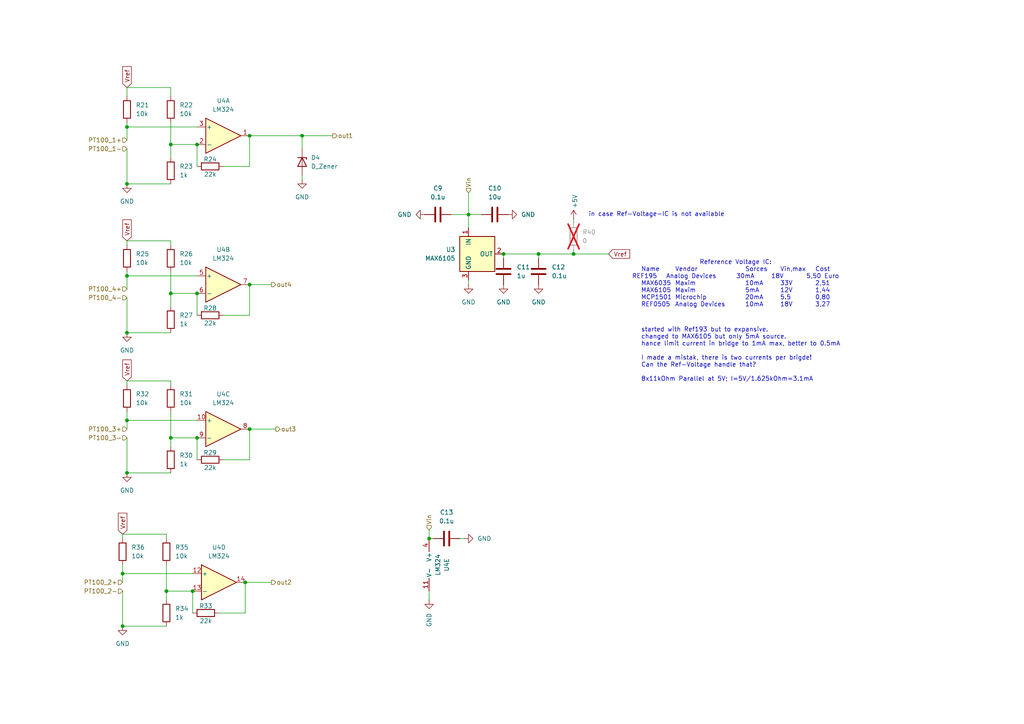
<source format=kicad_sch>
(kicad_sch (version 20231120) (generator "eeschema") (generator_version "8.0")
  (paper "A4")
  (title_block (title "4-Fach Messbruecke PT1000") (date "2024-09-02") (rev "v.0.2") (company "LMWB") (comment 1 "Lukas Bartels 2024"))
  (lib_symbols
    (symbol "Device:D_Zener" (pin_numbers hide) (pin_names (offset 1.016) hide)
      (property "Reference" "D" (at 0 2.54 0))
      (property "Value" "D_Zener" (at 0 -2.54 0))
      (symbol "D_Zener_0_1"
        (polyline (pts (xy 1.27 0) (xy -1.27 0)))
        (polyline (pts (xy -1.27 -1.27) (xy -1.27 1.27) (xy -0.762 1.27)) (stroke (width 0.254)))
        (polyline (pts (xy 1.27 -1.27) (xy 1.27 1.27) (xy -1.27 0) (xy 1.27 -1.27)) (stroke (width 0.254)))
      )
      (symbol "D_Zener_1_1"
        (pin passive line (at -3.81 0 0) (length 2.54) (name "K") (number "1"))
        (pin passive line (at 3.81 0 180) (length 2.54) (name "A") (number "2"))
      )
    )
    (symbol "Device:R" (pin_numbers hide) (pin_names (offset 0))
      (property "Reference" "R" (at 2.032 0 90))
      (property "Value" "R" (at 0 0 90))
      (symbol "R_0_1"
        (rectangle (start -1.016 -2.54) (end 1.016 2.54) (stroke (width 0.254)))
      )
      (symbol "R_1_1"
        (pin passive line (at 0 3.81 270) (length 1.27) (name "~") (number "1"))
        (pin passive line (at 0 -3.81 90) (length 1.27) (name "~") (number "2"))
      )
    )
    (symbol "Library:C" (pin_numbers hide) (pin_names (offset 0.254))
      (property "Reference" "C" (at 0.635 2.54 0))
      (property "Value" "C" (at 0.635 -2.54 0))
      (symbol "C_0_1"
        (polyline (pts (xy -2.032 -0.762) (xy 2.032 -0.762)) (stroke (width 0.508)))
        (polyline (pts (xy -2.032 0.762) (xy 2.032 0.762)) (stroke (width 0.508)))
      )
      (symbol "C_1_1"
        (pin passive line (at 0 3.81 270) (length 2.794) (name "~") (number "1"))
        (pin passive line (at 0 -3.81 90) (length 2.794) (name "~") (number "2"))
      )
    )
    (symbol "Library:GND" (power) (pin_numbers hide) (pin_names (offset 0) hide)
      (property "Value" "GND" (at 0 -3.81 0))
      (symbol "GND_0_1"
        (polyline (pts (xy 0 0) (xy 0 -1.27) (xy 1.27 -1.27) (xy 0 -2.54) (xy -1.27 -1.27) (xy 0 -1.27)))
      )
      (symbol "GND_1_1"
        (pin power_in line (at 0 0 270) (length 0) (name "~") (number "1"))
      )
    )
    (symbol "Library:LM324" (pin_names (offset 0.127))
      (property "Reference" "U" (at 0 5.08 0))
      (property "Value" "LM324" (at 0 -5.08 0))
      (symbol "LM324_1_1"
        (polyline (pts (xy -5.08 5.08) (xy 5.08 0) (xy -5.08 -5.08) (xy -5.08 5.08)) (stroke (width 0.254)) (fill (type background)))
        (pin output line (at 7.62 0 180) (length 2.54) (name "~") (number "1"))
        (pin input line (at -7.62 -2.54 0) (length 2.54) (name "-") (number "2"))
        (pin input line (at -7.62 2.54 0) (length 2.54) (name "+") (number "3"))
      )
      (symbol "LM324_2_1"
        (polyline (pts (xy -5.08 5.08) (xy 5.08 0) (xy -5.08 -5.08) (xy -5.08 5.08)) (stroke (width 0.254)) (fill (type background)))
        (pin input line (at -7.62 2.54 0) (length 2.54) (name "+") (number "5"))
        (pin input line (at -7.62 -2.54 0) (length 2.54) (name "-") (number "6"))
        (pin output line (at 7.62 0 180) (length 2.54) (name "~") (number "7"))
      )
      (symbol "LM324_3_1"
        (polyline (pts (xy -5.08 5.08) (xy 5.08 0) (xy -5.08 -5.08) (xy -5.08 5.08)) (stroke (width 0.254)) (fill (type background)))
        (pin input line (at -7.62 2.54 0) (length 2.54) (name "+") (number "10"))
        (pin output line (at 7.62 0 180) (length 2.54) (name "~") (number "8"))
        (pin input line (at -7.62 -2.54 0) (length 2.54) (name "-") (number "9"))
      )
      (symbol "LM324_4_1"
        (polyline (pts (xy -5.08 5.08) (xy 5.08 0) (xy -5.08 -5.08) (xy -5.08 5.08)) (stroke (width 0.254)) (fill (type background)))
        (pin input line (at -7.62 2.54 0) (length 2.54) (name "+") (number "12"))
        (pin input line (at -7.62 -2.54 0) (length 2.54) (name "-") (number "13"))
        (pin output line (at 7.62 0 180) (length 2.54) (name "~") (number "14"))
      )
      (symbol "LM324_5_1"
        (pin power_in line (at -2.54 -7.62 90) (length 3.81) (name "V-") (number "11"))
        (pin power_in line (at -2.54 7.62 270) (length 3.81) (name "V+") (number "4"))
      )
    )
    (symbol "Library:R" (pin_numbers hide) (pin_names (offset 0))
      (property "Reference" "R" (at 2.032 0 90))
      (property "Value" "R" (at 0 0 90))
      (symbol "R_0_1"
        (rectangle (start -1.016 -2.54) (end 1.016 2.54) (stroke (width 0.254)))
      )
      (symbol "R_1_1"
        (pin passive line (at 0 3.81 270) (length 1.27) (name "~") (number "1"))
        (pin passive line (at 0 -3.81 90) (length 1.27) (name "~") (number "2"))
      )
    )
    (symbol "Reference_Voltage:MAX6105"
      (property "Reference" "U" (at 0 6.35 0))
      (property "Value" "MAX6105" (at 2.54 -6.35 0))
      (symbol "MAX6105_0_1"
        (rectangle (start -5.08 5.08) (end 5.08 -5.08) (stroke (width 0.254)) (fill (type background)))
      )
      (symbol "MAX6105_1_1"
        (pin power_in line (at -2.54 7.62 270) (length 2.54) (name "IN") (number "1"))
        (pin power_out line (at 7.62 0 180) (length 2.54) (name "OUT") (number "2"))
        (pin power_in line (at -2.54 -7.62 90) (length 2.54) (name "GND") (number "3"))
      )
    )
    (symbol "power:+5V" (power) (pin_numbers hide) (pin_names (offset 0) hide)
      (property "Value" "+5V" (at 0 3.556 0))
      (symbol "+5V_0_1"
        (polyline (pts (xy -0.762 1.27) (xy 0 2.54)))
        (polyline (pts (xy 0 0) (xy 0 2.54)))
        (polyline (pts (xy 0 2.54) (xy 0.762 1.27)))
      )
      (symbol "+5V_1_1"
        (pin power_in line (at 0 0 90) (length 0) (name "~") (number "1"))
      )
    )
  )
  (junction (at 49.53 127))
  (junction (at 57.15 85.09))
  (junction (at 36.83 36.83))
  (junction (at 57.15 127))
  (junction (at 57.15 41.91))
  (junction (at 72.39 39.37))
  (junction (at 49.53 85.09))
  (junction (at 146.05 73.66))
  (junction (at 156.21 73.66))
  (junction (at 87.63 39.37))
  (junction (at 36.83 80.01))
  (junction (at 36.83 96.52))
  (junction (at 36.83 121.92))
  (junction (at 35.56 166.37))
  (junction (at 166.37 73.66))
  (junction (at 55.88 171.45))
  (junction (at 72.39 124.46))
  (junction (at 71.12 168.91))
  (junction (at 135.89 62.23))
  (junction (at 48.26 171.45))
  (junction (at 49.53 41.91))
  (junction (at 36.83 137.16))
  (junction (at 36.83 53.34))
  (junction (at 124.46 156.21))
  (junction (at 35.56 181.61))
  (junction (at 72.39 82.55))
  (wire (pts (xy 35.56 166.37) (xy 55.88 166.37)))
  (wire (pts (xy 36.83 35.56) (xy 36.83 36.83)))
  (wire (pts (xy 36.83 25.4) (xy 49.53 25.4)))
  (wire (pts (xy 49.53 78.74) (xy 49.53 85.09)))
  (wire (pts (xy 57.15 41.91) (xy 57.15 48.26)))
  (wire (pts (xy 64.77 48.26) (xy 72.39 48.26)))
  (wire (pts (xy 134.62 156.21) (xy 133.35 156.21)))
  (wire (pts (xy 63.5 177.8) (xy 71.12 177.8)))
  (wire (pts (xy 35.56 163.83) (xy 35.56 166.37)))
  (wire (pts (xy 35.56 154.94) (xy 48.26 154.94)))
  (wire (pts (xy 49.53 41.91) (xy 57.15 41.91)))
  (wire (pts (xy 36.83 119.38) (xy 36.83 121.92)))
  (wire (pts (xy 49.53 25.4) (xy 49.53 27.94)))
  (wire (pts (xy 36.83 96.52) (xy 49.53 96.52)))
  (wire (pts (xy 146.05 73.66) (xy 156.21 73.66)))
  (wire (pts (xy 36.83 71.12) (xy 36.83 69.85)))
  (wire (pts (xy 36.83 78.74) (xy 36.83 80.01)))
  (wire (pts (xy 49.53 110.49) (xy 49.53 111.76)))
  (wire (pts (xy 36.83 36.83) (xy 36.83 40.64)))
  (wire (pts (xy 49.53 85.09) (xy 49.53 88.9)))
  (wire (pts (xy 36.83 80.01) (xy 36.83 83.82)))
  (wire (pts (xy 135.89 82.55) (xy 135.89 81.28)))
  (wire (pts (xy 36.83 36.83) (xy 57.15 36.83)))
  (wire (pts (xy 36.83 43.18) (xy 36.83 53.34)))
  (wire (pts (xy 36.83 69.85) (xy 49.53 69.85)))
  (wire (pts (xy 64.77 133.35) (xy 72.39 133.35)))
  (wire (pts (xy 48.26 171.45) (xy 48.26 173.99)))
  (wire (pts (xy 72.39 133.35) (xy 72.39 124.46)))
  (wire (pts (xy 124.46 173.99) (xy 124.46 171.45)))
  (wire (pts (xy 36.83 80.01) (xy 57.15 80.01)))
  (wire (pts (xy 176.53 73.66) (xy 166.37 73.66)))
  (wire (pts (xy 57.15 85.09) (xy 57.15 91.44)))
  (wire (pts (xy 49.53 127) (xy 49.53 129.54)))
  (wire (pts (xy 135.89 55.88) (xy 135.89 62.23)))
  (wire (pts (xy 35.56 156.21) (xy 35.56 154.94)))
  (wire (pts (xy 49.53 119.38) (xy 49.53 127)))
  (wire (pts (xy 48.26 163.83) (xy 48.26 171.45)))
  (wire (pts (xy 87.63 39.37) (xy 96.52 39.37)))
  (wire (pts (xy 146.05 73.66) (xy 146.05 74.93)))
  (wire (pts (xy 87.63 50.8) (xy 87.63 52.07)))
  (wire (pts (xy 72.39 48.26) (xy 72.39 39.37)))
  (wire (pts (xy 135.89 62.23) (xy 139.7 62.23)))
  (wire (pts (xy 36.83 121.92) (xy 36.83 124.46)))
  (wire (pts (xy 72.39 124.46) (xy 80.01 124.46)))
  (wire (pts (xy 72.39 39.37) (xy 87.63 39.37)))
  (wire (pts (xy 36.83 110.49) (xy 49.53 110.49)))
  (wire (pts (xy 124.46 153.67) (xy 124.46 156.21)))
  (wire (pts (xy 64.77 91.44) (xy 72.39 91.44)))
  (wire (pts (xy 49.53 127) (xy 57.15 127)))
  (wire (pts (xy 36.83 27.94) (xy 36.83 25.4)))
  (wire (pts (xy 166.37 72.39) (xy 166.37 73.66)))
  (wire (pts (xy 48.26 171.45) (xy 55.88 171.45)))
  (wire (pts (xy 48.26 154.94) (xy 48.26 156.21)))
  (wire (pts (xy 57.15 127) (xy 57.15 133.35)))
  (wire (pts (xy 36.83 127) (xy 36.83 137.16)))
  (wire (pts (xy 87.63 39.37) (xy 87.63 43.18)))
  (wire (pts (xy 49.53 69.85) (xy 49.53 71.12)))
  (wire (pts (xy 36.83 86.36) (xy 36.83 96.52)))
  (wire (pts (xy 135.89 62.23) (xy 135.89 66.04)))
  (wire (pts (xy 35.56 171.45) (xy 35.56 181.61)))
  (wire (pts (xy 35.56 181.61) (xy 48.26 181.61)))
  (wire (pts (xy 35.56 166.37) (xy 35.56 168.91)))
  (wire (pts (xy 72.39 82.55) (xy 78.74 82.55)))
  (wire (pts (xy 36.83 121.92) (xy 57.15 121.92)))
  (wire (pts (xy 71.12 177.8) (xy 71.12 168.91)))
  (wire (pts (xy 156.21 73.66) (xy 156.21 74.93)))
  (wire (pts (xy 166.37 73.66) (xy 156.21 73.66)))
  (wire (pts (xy 125.73 156.21) (xy 124.46 156.21)))
  (wire (pts (xy 166.37 63.5) (xy 166.37 64.77)))
  (wire (pts (xy 49.53 35.56) (xy 49.53 41.91)))
  (wire (pts (xy 36.83 53.34) (xy 49.53 53.34)))
  (wire (pts (xy 71.12 168.91) (xy 78.74 168.91)))
  (wire (pts (xy 130.81 62.23) (xy 135.89 62.23)))
  (wire (pts (xy 36.83 137.16) (xy 49.53 137.16)))
  (wire (pts (xy 36.83 111.76) (xy 36.83 110.49)))
  (wire (pts (xy 49.53 41.91) (xy 49.53 45.72)))
  (wire (pts (xy 49.53 85.09) (xy 57.15 85.09)))
  (wire (pts (xy 72.39 91.44) (xy 72.39 82.55)))
  (wire (pts (xy 55.88 171.45) (xy 55.88 177.8)))
  (text "in case Ref-Voltage-IC is not available" (at 170.688 62.23 0) (effects (font (size 1.27 1.27)) (justify left)))
  (text "started with Ref193 but to expansive.\nchanged to MAX6105 but only 5mA source.\nhance limit current in bridge to 1mA max, better to 0.5mA\n\nI made a mistak, there is two currents per brigde!\nCan the Ref-Voltage handle that?\n\n8x11kOhm Parallel at 5V; I=5V/1.625kOhm=3.1mA" (at 185.928 102.87 0) (effects (font (size 1.27 1.27)) (justify left)))
  (text "Reference Voltage IC:\nName	Vendor			Sorces	Vin,max	Cost\nREF195	Analog Devices	30mA	18V		5,50 Euro\nMAX6035	Maxim			10mA	33V		2,51\nMAX6105	Maxim			5mA		12V		1,44\nMCP1501	Microchip		20mA	5.5		0,80\nREF0505	Analog Devices	10mA	18V		3,27" (at 213.36 82.296 0) (effects (font (size 1.27 1.27))))
  (global_label "Vref" (shape input) (at 36.83 25.4 90) (property "Intersheetrefs" "${INTERSHEET_REFS}" (effects (hide yes))))
  (global_label "Vref" (shape input) (at 176.53 73.66 0) (property "Intersheetrefs" "${INTERSHEET_REFS}" (effects (hide yes))))
  (global_label "Vref" (shape input) (at 36.83 110.49 90) (property "Intersheetrefs" "${INTERSHEET_REFS}" (effects (hide yes))))
  (global_label "Vref" (shape input) (at 36.83 69.85 90) (property "Intersheetrefs" "${INTERSHEET_REFS}" (effects (hide yes))))
  (global_label "Vref" (shape input) (at 35.56 154.94 90) (property "Intersheetrefs" "${INTERSHEET_REFS}" (effects (hide yes))))
  (hierarchical_label "out1" (shape output) (at 96.52 39.37 0))
  (hierarchical_label "Vin" (shape input) (at 124.46 153.67 90))
  (hierarchical_label "PT100_4-" (shape input) (at 36.83 86.36 180))
  (hierarchical_label "PT100_1-" (shape input) (at 36.83 43.18 180))
  (hierarchical_label "out2" (shape output) (at 78.74 168.91 0))
  (hierarchical_label "PT100_2+" (shape input) (at 35.56 168.91 180))
  (hierarchical_label "out3" (shape output) (at 80.01 124.46 0))
  (hierarchical_label "PT100_1+" (shape input) (at 36.83 40.64 180))
  (hierarchical_label "PT100_4+" (shape input) (at 36.83 83.82 180))
  (hierarchical_label "PT100_3-" (shape input) (at 36.83 127 180))
  (hierarchical_label "PT100_2-" (shape input) (at 35.56 171.45 180))
  (hierarchical_label "out4" (shape output) (at 78.74 82.55 0))
  (hierarchical_label "PT100_3+" (shape input) (at 36.83 124.46 180))
  (hierarchical_label "Vin" (shape input) (at 135.89 55.88 90))
  (symbol (lib_id "Library:GND") (at 87.63 52.07 0) (unit 1)
    (property "Reference" "#PWR07" (effects (hide yes)))
    (property "Value" "GND" (at 87.63 57.15 0))
    (property "Description" "Power symbol creates a global label with name \"GND\" , ground" (effects (hide yes)))
  )
  (symbol (lib_id "Library:R") (at 48.26 160.02 0) (unit 1)
    (property "Reference" "R35" (at 50.8 158.7499 0) (effects (justify left)))
    (property "Value" "10k" (at 50.8 161.2899 0) (effects (justify left)))
    (property "Footprint" "Resistor_SMD:R_1206_3216Metric" (effects (hide yes)))
    (property "Description" "Resistor" (effects (hide yes)))
  )
  (symbol (lib_id "power:+5V") (at 166.37 63.5 0) (unit 1)
    (property "Reference" "#PWR06" (effects (hide yes)))
    (property "Value" "+5V" (at 166.7256 60.452 90) (effects (justify left)))
    (property "Description" "Power symbol creates a global label with name \"+5V\"" (effects (hide yes)))
  )
  (symbol (lib_id "Library:LM324") (at 64.77 39.37 0) (unit 1)
    (property "Reference" "U4" (at 64.77 29.21 0))
    (property "Value" "LM324" (at 64.77 31.75 0))
    (property "Footprint" "Package_SO:SOIC-14_3.9x8.7mm_P1.27mm" (effects (hide yes)))
    (property "Datasheet" "http://www.ti.com/lit/ds/symlink/lm2902-n.pdf" (effects (hide yes)))
    (property "Description" "Low-Power, Quad-Operational Amplifiers, DIP-14/SOIC-14/SSOP-14" (effects (hide yes)))
  )
  (symbol (lib_id "Library:R") (at 49.53 133.35 0) (unit 1)
    (property "Reference" "R30" (at 52.07 132.0799 0) (effects (justify left)))
    (property "Value" "1k" (at 52.07 134.6199 0) (effects (justify left)))
    (property "Footprint" "Resistor_SMD:R_1206_3216Metric" (effects (hide yes)))
    (property "Description" "Resistor" (effects (hide yes)))
  )
  (symbol (lib_id "Device:D_Zener") (at 87.63 46.99 270) (unit 1)
    (property "Reference" "D4" (at 90.17 45.7199 90) (effects (justify left)))
    (property "Value" "D_Zener" (at 90.17 48.2599 90) (effects (justify left)))
    (property "Footprint" "Diode_SMD:D_1206_3216Metric" (effects (hide yes)))
    (property "Description" "Zener diode" (effects (hide yes)))
  )
  (symbol (lib_id "Library:C") (at 156.21 78.74 0) (unit 1)
    (property "Reference" "C12" (at 160.02 77.4699 0) (effects (justify left)))
    (property "Value" "0.1u" (at 160.02 80.0099 0) (effects (justify left)))
    (property "Footprint" "Capacitor_SMD:C_1206_3216Metric" (effects (hide yes)))
    (property "Description" "Unpolarized capacitor" (effects (hide yes)))
  )
  (symbol (lib_id "Library:R") (at 49.53 49.53 0) (unit 1)
    (property "Reference" "R23" (at 52.07 48.2599 0) (effects (justify left)))
    (property "Value" "1k" (at 52.07 50.7999 0) (effects (justify left)))
    (property "Footprint" "Resistor_SMD:R_1206_3216Metric" (effects (hide yes)))
    (property "Description" "Resistor" (effects (hide yes)))
  )
  (symbol (lib_id "Library:R") (at 59.69 177.8 270) (unit 1)
    (property "Reference" "R33" (at 59.69 175.768 90))
    (property "Value" "22k" (at 59.69 180.086 90))
    (property "Footprint" "Resistor_SMD:R_1206_3216Metric" (effects (hide yes)))
    (property "Description" "Resistor" (effects (hide yes)))
  )
  (symbol (lib_id "Library:GND") (at 135.89 82.55 0) (unit 1)
    (property "Reference" "#PWR029" (effects (hide yes)))
    (property "Value" "GND" (at 135.89 87.63 0))
    (property "Description" "Power symbol creates a global label with name \"GND\" , ground" (effects (hide yes)))
  )
  (symbol (lib_id "Library:R") (at 60.96 133.35 270) (unit 1)
    (property "Reference" "R29" (at 60.96 131.318 90))
    (property "Value" "22k" (at 60.96 135.636 90))
    (property "Footprint" "Resistor_SMD:R_1206_3216Metric" (effects (hide yes)))
    (property "Description" "Resistor" (effects (hide yes)))
  )
  (symbol (lib_id "Library:C") (at 146.05 78.74 0) (unit 1)
    (property "Reference" "C11" (at 149.86 77.4699 0) (effects (justify left)))
    (property "Value" "1u" (at 149.86 80.0099 0) (effects (justify left)))
    (property "Footprint" "Capacitor_SMD:C_1206_3216Metric" (effects (hide yes)))
    (property "Description" "Unpolarized capacitor" (effects (hide yes)))
  )
  (symbol (lib_id "Reference_Voltage:MAX6105") (at 138.43 73.66 0) (unit 1)
    (property "Reference" "U3" (at 132.08 72.3899 0) (effects (justify right)))
    (property "Value" "MAX6105" (at 132.08 74.9299 0) (effects (justify right)))
    (property "Footprint" "Package_TO_SOT_SMD:SOT-23" (effects (hide yes)))
    (property "Datasheet" "http://datasheets.maximintegrated.com/en/ds/MAX6100-MAX6107.pdf" (effects (hide yes)))
    (property "Description" "Low-dropout high current voltage reference, 5.000V, ±0.4% accuracy, SOT-23" (effects (hide yes)))
  )
  (symbol (lib_id "Library:R") (at 35.56 160.02 0) (unit 1)
    (property "Reference" "R36" (at 38.1 158.7499 0) (effects (justify left)))
    (property "Value" "10k" (at 38.1 161.2899 0) (effects (justify left)))
    (property "Footprint" "Resistor_SMD:R_1206_3216Metric" (effects (hide yes)))
    (property "Description" "Resistor" (effects (hide yes)))
  )
  (symbol (lib_id "Library:R") (at 48.26 177.8 0) (unit 1)
    (property "Reference" "R34" (at 50.8 176.5299 0) (effects (justify left)))
    (property "Value" "1k" (at 50.8 179.0699 0) (effects (justify left)))
    (property "Footprint" "Resistor_SMD:R_1206_3216Metric" (effects (hide yes)))
    (property "Description" "Resistor" (effects (hide yes)))
  )
  (symbol (lib_id "Library:LM324") (at 63.5 168.91 0) (unit 4)
    (property "Reference" "U4" (at 63.5 158.75 0))
    (property "Value" "LM324" (at 63.5 161.29 0))
    (property "Footprint" "Package_SO:SOIC-14_3.9x8.7mm_P1.27mm" (effects (hide yes)))
    (property "Datasheet" "http://www.ti.com/lit/ds/symlink/lm2902-n.pdf" (effects (hide yes)))
    (property "Description" "Low-Power, Quad-Operational Amplifiers, DIP-14/SOIC-14/SSOP-14" (effects (hide yes)))
  )
  (symbol (lib_id "Library:LM324") (at 64.77 124.46 0) (unit 3)
    (property "Reference" "U4" (at 64.77 114.3 0))
    (property "Value" "LM324" (at 64.77 116.84 0))
    (property "Footprint" "Package_SO:SOIC-14_3.9x8.7mm_P1.27mm" (effects (hide yes)))
    (property "Datasheet" "http://www.ti.com/lit/ds/symlink/lm2902-n.pdf" (effects (hide yes)))
    (property "Description" "Low-Power, Quad-Operational Amplifiers, DIP-14/SOIC-14/SSOP-14" (effects (hide yes)))
  )
  (symbol (lib_id "Library:GND") (at 123.19 62.23 270) (unit 1)
    (property "Reference" "#PWR025" (effects (hide yes)))
    (property "Value" "GND" (at 119.38 62.2299 90) (effects (justify right)))
    (property "Description" "Power symbol creates a global label with name \"GND\" , ground" (effects (hide yes)))
  )
  (symbol (lib_id "Device:R") (at 166.37 68.58 0) (unit 1) (dnp yes)
    (property "Reference" "R40" (at 168.91 67.3099 0) (effects (justify left)))
    (property "Value" "0" (at 168.91 69.8499 0) (effects (justify left)))
    (property "Footprint" "Resistor_SMD:R_1206_3216Metric" (effects (hide yes)))
    (property "Description" "Resistor" (effects (hide yes)))
  )
  (symbol (lib_id "Library:R") (at 49.53 31.75 0) (unit 1)
    (property "Reference" "R22" (at 52.07 30.4799 0) (effects (justify left)))
    (property "Value" "10k" (at 52.07 33.0199 0) (effects (justify left)))
    (property "Footprint" "Resistor_SMD:R_1206_3216Metric" (effects (hide yes)))
    (property "Description" "Resistor" (effects (hide yes)))
  )
  (symbol (lib_id "Library:GND") (at 124.46 173.99 0) (unit 1)
    (property "Reference" "#PWR037" (effects (hide yes)))
    (property "Value" "GND" (at 124.4601 177.8 90) (effects (justify right)))
    (property "Description" "Power symbol creates a global label with name \"GND\" , ground" (effects (hide yes)))
  )
  (symbol (lib_id "Library:GND") (at 36.83 137.16 0) (unit 1)
    (property "Reference" "#PWR034" (effects (hide yes)))
    (property "Value" "GND" (at 36.83 142.24 0))
    (property "Description" "Power symbol creates a global label with name \"GND\" , ground" (effects (hide yes)))
  )
  (symbol (lib_id "Library:R") (at 36.83 31.75 0) (unit 1)
    (property "Reference" "R21" (at 39.37 30.4799 0) (effects (justify left)))
    (property "Value" "10k" (at 39.37 33.0199 0) (effects (justify left)))
    (property "Footprint" "Resistor_SMD:R_1206_3216Metric" (effects (hide yes)))
    (property "Description" "Resistor" (effects (hide yes)))
  )
  (symbol (lib_id "Library:LM324") (at 64.77 82.55 0) (unit 2)
    (property "Reference" "U4" (at 64.77 72.39 0))
    (property "Value" "LM324" (at 64.77 74.93 0))
    (property "Footprint" "Package_SO:SOIC-14_3.9x8.7mm_P1.27mm" (effects (hide yes)))
    (property "Datasheet" "http://www.ti.com/lit/ds/symlink/lm2902-n.pdf" (effects (hide yes)))
    (property "Description" "Low-Power, Quad-Operational Amplifiers, DIP-14/SOIC-14/SSOP-14" (effects (hide yes)))
  )
  (symbol (lib_id "Library:C") (at 129.54 156.21 90) (unit 1)
    (property "Reference" "C13" (at 129.54 148.59 90))
    (property "Value" "0.1u" (at 129.54 151.13 90))
    (property "Footprint" "Capacitor_SMD:C_1206_3216Metric" (effects (hide yes)))
    (property "Description" "Unpolarized capacitor" (effects (hide yes)))
  )
  (symbol (lib_id "Library:GND") (at 146.05 82.55 0) (unit 1)
    (property "Reference" "#PWR030" (effects (hide yes)))
    (property "Value" "GND" (at 146.05 87.63 0))
    (property "Description" "Power symbol creates a global label with name \"GND\" , ground" (effects (hide yes)))
  )
  (symbol (lib_id "Library:R") (at 49.53 92.71 0) (unit 1)
    (property "Reference" "R27" (at 52.07 91.4399 0) (effects (justify left)))
    (property "Value" "1k" (at 52.07 93.9799 0) (effects (justify left)))
    (property "Footprint" "Resistor_SMD:R_1206_3216Metric" (effects (hide yes)))
    (property "Description" "Resistor" (effects (hide yes)))
  )
  (symbol (lib_id "Library:R") (at 49.53 115.57 0) (unit 1)
    (property "Reference" "R31" (at 52.07 114.2999 0) (effects (justify left)))
    (property "Value" "10k" (at 52.07 116.8399 0) (effects (justify left)))
    (property "Footprint" "Resistor_SMD:R_1206_3216Metric" (effects (hide yes)))
    (property "Description" "Resistor" (effects (hide yes)))
  )
  (symbol (lib_id "Library:GND") (at 156.21 82.55 0) (unit 1)
    (property "Reference" "#PWR031" (effects (hide yes)))
    (property "Value" "GND" (at 156.21 87.63 0))
    (property "Description" "Power symbol creates a global label with name \"GND\" , ground" (effects (hide yes)))
  )
  (symbol (lib_id "Library:R") (at 60.96 91.44 270) (unit 1)
    (property "Reference" "R28" (at 60.96 89.408 90))
    (property "Value" "22k" (at 60.96 93.726 90))
    (property "Footprint" "Resistor_SMD:R_1206_3216Metric" (effects (hide yes)))
    (property "Description" "Resistor" (effects (hide yes)))
  )
  (symbol (lib_id "Library:GND") (at 134.62 156.21 90) (unit 1)
    (property "Reference" "#PWR036" (effects (hide yes)))
    (property "Value" "GND" (at 138.43 156.2099 90) (effects (justify right)))
    (property "Description" "Power symbol creates a global label with name \"GND\" , ground" (effects (hide yes)))
  )
  (symbol (lib_id "Library:GND") (at 36.83 96.52 0) (unit 1)
    (property "Reference" "#PWR032" (effects (hide yes)))
    (property "Value" "GND" (at 36.83 101.6 0))
    (property "Description" "Power symbol creates a global label with name \"GND\" , ground" (effects (hide yes)))
  )
  (symbol (lib_id "Library:R") (at 36.83 115.57 0) (unit 1)
    (property "Reference" "R32" (at 39.37 114.2999 0) (effects (justify left)))
    (property "Value" "10k" (at 39.37 116.8399 0) (effects (justify left)))
    (property "Footprint" "Resistor_SMD:R_1206_3216Metric" (effects (hide yes)))
    (property "Description" "Resistor" (effects (hide yes)))
  )
  (symbol (lib_id "Library:GND") (at 36.83 53.34 0) (unit 1)
    (property "Reference" "#PWR024" (effects (hide yes)))
    (property "Value" "GND" (at 36.83 58.42 0))
    (property "Description" "Power symbol creates a global label with name \"GND\" , ground" (effects (hide yes)))
  )
  (symbol (lib_id "Library:GND") (at 147.32 62.23 90) (unit 1)
    (property "Reference" "#PWR026" (effects (hide yes)))
    (property "Value" "GND" (at 151.13 62.2299 90) (effects (justify right)))
    (property "Description" "Power symbol creates a global label with name \"GND\" , ground" (effects (hide yes)))
  )
  (symbol (lib_id "Library:C") (at 127 62.23 270) (unit 1)
    (property "Reference" "C9" (at 127 54.61 90))
    (property "Value" "0.1u" (at 127 57.15 90))
    (property "Footprint" "Capacitor_SMD:C_1206_3216Metric" (effects (hide yes)))
    (property "Description" "Unpolarized capacitor" (effects (hide yes)))
  )
  (symbol (lib_id "Library:LM324") (at 127 163.83 0) (unit 5)
    (property "Reference" "U4" (at 129.54 163.83 90))
    (property "Value" "LM324" (at 127 163.83 90))
    (property "Footprint" "Package_SO:SOIC-14_3.9x8.7mm_P1.27mm" (effects (hide yes)))
    (property "Datasheet" "http://www.ti.com/lit/ds/symlink/lm2902-n.pdf" (effects (hide yes)))
    (property "Description" "Low-Power, Quad-Operational Amplifiers, DIP-14/SOIC-14/SSOP-14" (effects (hide yes)))
  )
  (symbol (lib_id "Library:GND") (at 35.56 181.61 0) (unit 1)
    (property "Reference" "#PWR038" (effects (hide yes)))
    (property "Value" "GND" (at 35.56 186.69 0))
    (property "Description" "Power symbol creates a global label with name \"GND\" , ground" (effects (hide yes)))
  )
  (symbol (lib_id "Library:R") (at 36.83 74.93 0) (unit 1)
    (property "Reference" "R25" (at 39.37 73.6599 0) (effects (justify left)))
    (property "Value" "10k" (at 39.37 76.1999 0) (effects (justify left)))
    (property "Footprint" "Resistor_SMD:R_1206_3216Metric" (effects (hide yes)))
    (property "Description" "Resistor" (effects (hide yes)))
  )
  (symbol (lib_id "Library:R") (at 60.96 48.26 270) (unit 1)
    (property "Reference" "R24" (at 60.96 46.228 90))
    (property "Value" "22k" (at 60.96 50.546 90))
    (property "Footprint" "Resistor_SMD:R_1206_3216Metric" (effects (hide yes)))
    (property "Description" "Resistor" (effects (hide yes)))
  )
  (symbol (lib_id "Library:C") (at 143.51 62.23 90) (unit 1)
    (property "Reference" "C10" (at 143.51 54.61 90))
    (property "Value" "10u" (at 143.51 57.15 90))
    (property "Footprint" "Capacitor_SMD:C_1206_3216Metric" (effects (hide yes)))
    (property "Description" "Unpolarized capacitor" (effects (hide yes)))
  )
  (symbol (lib_id "Library:R") (at 49.53 74.93 0) (unit 1)
    (property "Reference" "R26" (at 52.07 73.6599 0) (effects (justify left)))
    (property "Value" "10k" (at 52.07 76.1999 0) (effects (justify left)))
    (property "Footprint" "Resistor_SMD:R_1206_3216Metric" (effects (hide yes)))
    (property "Description" "Resistor" (effects (hide yes)))
  )
)
</source>
